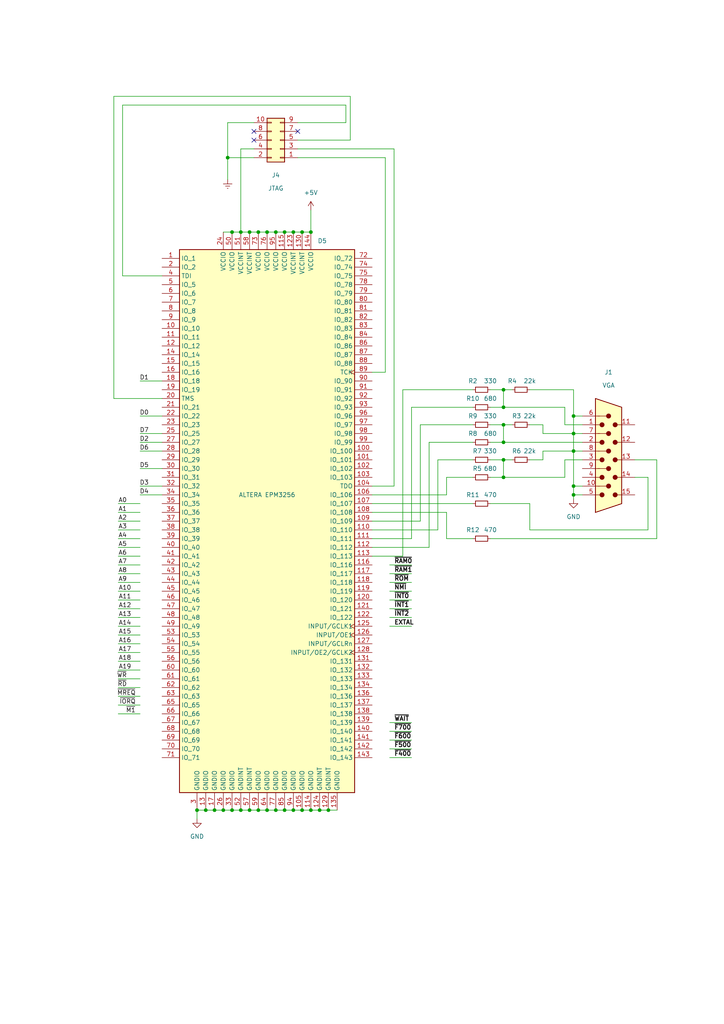
<source format=kicad_sch>
(kicad_sch (version 20230121) (generator eeschema)
  (paper "A4" portrait)
  (title_block (title "CPLD") (date "2023-11-28") (comment 2 "Eugene Po"))
  (lib_symbols
    (symbol "CPLD_Altera:EPM3256ATI144"
      (property "Reference" "D" (at 17.78 80.01 0))
      (symbol "EPM3256ATI144_1_1"
        (rectangle (start -25.4 71.12) (end 25.4 -86.36) (stroke (width 0.254)) (fill (type background)))
        (pin bidirectional line (at -30.48 68.58 0) (length 5.08) (name "IO_1") (number "1"))
        (pin bidirectional line (at -30.48 48.26 0) (length 5.08) (name "IO_10") (number "10"))
        (pin bidirectional line (at 30.48 12.7 180) (length 5.08) (name "IO_100") (number "100"))
        (pin bidirectional line (at 30.48 10.16 180) (length 5.08) (name "IO_101") (number "101"))
        (pin bidirectional line (at 30.48 7.62 180) (length 5.08) (name "IO_102") (number "102"))
        (pin bidirectional line (at 30.48 5.08 180) (length 5.08) (name "IO_103") (number "103"))
        (pin output line (at 30.48 2.54 180) (length 5.08) (name "TDO") (number "104"))
        (pin power_in line (at 10.16 -91.44 90) (length 5.08) (name "GNDIO") (number "105"))
        (pin bidirectional line (at 30.48 0 180) (length 5.08) (name "IO_106") (number "106"))
        (pin bidirectional line (at 30.48 -2.54 180) (length 5.08) (name "IO_107") (number "107"))
        (pin bidirectional line (at 30.48 -5.08 180) (length 5.08) (name "IO_108") (number "108"))
        (pin bidirectional line (at 30.48 -7.62 180) (length 5.08) (name "IO_109") (number "109"))
        (pin bidirectional line (at -30.48 45.72 0) (length 5.08) (name "IO_11") (number "11"))
        (pin bidirectional line (at 30.48 -10.16 180) (length 5.08) (name "IO_110") (number "110"))
        (pin bidirectional line (at 30.48 -12.7 180) (length 5.08) (name "IO_111") (number "111"))
        (pin bidirectional line (at 30.48 -15.24 180) (length 5.08) (name "IO_112") (number "112"))
        (pin bidirectional line (at 30.48 -17.78 180) (length 5.08) (name "IO_113") (number "113"))
        (pin power_in line (at 12.7 -91.44 90) (length 5.08) (name "GNDIO") (number "114"))
        (pin power_in line (at 5.08 76.2 270) (length 5.08) (name "VCCIO") (number "115"))
        (pin bidirectional line (at 30.48 -20.32 180) (length 5.08) (name "IO_116") (number "116"))
        (pin bidirectional line (at 30.48 -22.86 180) (length 5.08) (name "IO_117") (number "117"))
        (pin bidirectional line (at 30.48 -25.4 180) (length 5.08) (name "IO_118") (number "118"))
        (pin bidirectional line (at 30.48 -27.94 180) (length 5.08) (name "IO_119") (number "119"))
        (pin bidirectional line (at -30.48 43.18 0) (length 5.08) (name "IO_12") (number "12"))
        (pin bidirectional line (at 30.48 -30.48 180) (length 5.08) (name "IO_120") (number "120"))
        (pin bidirectional line (at 30.48 -33.02 180) (length 5.08) (name "IO_121") (number "121"))
        (pin bidirectional line (at 30.48 -35.56 180) (length 5.08) (name "IO_122") (number "122"))
        (pin power_in line (at 7.62 76.2 270) (length 5.08) (name "VCCINT") (number "123"))
        (pin power_in line (at 15.24 -91.44 90) (length 5.08) (name "GNDINT") (number "124"))
        (pin input clock (at 30.48 -38.1 180) (length 5.08) (name "INPUT/GCLK1") (number "125"))
        (pin input clock (at 30.48 -40.64 180) (length 5.08) (name "INPUT/OE1") (number "126"))
        (pin input line (at 30.48 -43.18 180) (length 5.08) (name "INPUT/GCLRn") (number "127"))
        (pin input clock (at 30.48 -45.72 180) (length 5.08) (name "INPUT/OE2/GCLK2") (number "128"))
        (pin power_in line (at 17.78 -91.44 90) (length 5.08) (name "GNDINT") (number "129"))
        (pin power_in line (at -17.78 -91.44 90) (length 5.08) (name "GNDIO") (number "13"))
        (pin power_in line (at 10.16 76.2 270) (length 5.08) (name "VCCINT") (number "130"))
        (pin bidirectional line (at 30.48 -48.26 180) (length 5.08) (name "IO_131") (number "131"))
        (pin bidirectional line (at 30.48 -50.8 180) (length 5.08) (name "IO_132") (number "132"))
        (pin bidirectional line (at 30.48 -53.34 180) (length 5.08) (name "IO_133") (number "133"))
        (pin bidirectional line (at 30.48 -55.88 180) (length 5.08) (name "IO_134") (number "134"))
        (pin power_in line (at 20.32 -91.44 90) (length 5.08) (name "GNDIO") (number "135"))
        (pin bidirectional line (at 30.48 -58.42 180) (length 5.08) (name "IO_136") (number "136"))
        (pin bidirectional line (at 30.48 -60.96 180) (length 5.08) (name "IO_137") (number "137"))
        (pin bidirectional line (at 30.48 -63.5 180) (length 5.08) (name "IO_138") (number "138"))
        (pin bidirectional line (at 30.48 -66.04 180) (length 5.08) (name "IO_139") (number "139"))
        (pin bidirectional line (at -30.48 40.64 0) (length 5.08) (name "IO_14") (number "14"))
        (pin bidirectional line (at 30.48 -68.58 180) (length 5.08) (name "IO_140") (number "140"))
        (pin bidirectional line (at 30.48 -71.12 180) (length 5.08) (name "IO_141") (number "141"))
        (pin bidirectional line (at 30.48 -73.66 180) (length 5.08) (name "IO_142") (number "142"))
        (pin bidirectional line (at 30.48 -76.2 180) (length 5.08) (name "IO_143") (number "143"))
        (pin power_in line (at 12.7 76.2 270) (length 5.08) (name "VCCIO") (number "144"))
        (pin bidirectional line (at -30.48 38.1 0) (length 5.08) (name "IO_15") (number "15"))
        (pin bidirectional line (at -30.48 35.56 0) (length 5.08) (name "IO_16") (number "16"))
        (pin power_in line (at -15.24 -91.44 90) (length 5.08) (name "GNDIO") (number "17"))
        (pin bidirectional line (at -30.48 33.02 0) (length 5.08) (name "IO_18") (number "18"))
        (pin bidirectional line (at -30.48 30.48 0) (length 5.08) (name "IO_19") (number "19"))
        (pin bidirectional line (at -30.48 66.04 0) (length 5.08) (name "IO_2") (number "2"))
        (pin input line (at -30.48 27.94 0) (length 5.08) (name "TMS") (number "20"))
        (pin bidirectional line (at -30.48 25.4 0) (length 5.08) (name "IO_21") (number "21"))
        (pin bidirectional line (at -30.48 22.86 0) (length 5.08) (name "IO_22") (number "22"))
        (pin bidirectional line (at -30.48 20.32 0) (length 5.08) (name "IO_23") (number "23"))
        (pin power_in line (at -12.7 76.2 270) (length 5.08) (name "VCCIO") (number "24"))
        (pin bidirectional line (at -30.48 17.78 0) (length 5.08) (name "IO_25") (number "25"))
        (pin power_in line (at -12.7 -91.44 90) (length 5.08) (name "GNDIO") (number "26"))
        (pin bidirectional line (at -30.48 15.24 0) (length 5.08) (name "IO_27") (number "27"))
        (pin bidirectional line (at -30.48 12.7 0) (length 5.08) (name "IO_28") (number "28"))
        (pin bidirectional line (at -30.48 10.16 0) (length 5.08) (name "IO_29") (number "29"))
        (pin power_in line (at -20.32 -91.44 90) (length 5.08) (name "GNDIO") (number "3"))
        (pin bidirectional line (at -30.48 7.62 0) (length 5.08) (name "IO_30") (number "30"))
        (pin bidirectional line (at -30.48 5.08 0) (length 5.08) (name "IO_31") (number "31"))
        (pin bidirectional line (at -30.48 2.54 0) (length 5.08) (name "IO_32") (number "32"))
        (pin power_in line (at -10.16 -91.44 90) (length 5.08) (name "GNDIO") (number "33"))
        (pin bidirectional line (at -30.48 0 0) (length 5.08) (name "IO_34") (number "34"))
        (pin bidirectional line (at -30.48 -2.54 0) (length 5.08) (name "IO_35") (number "35"))
        (pin bidirectional line (at -30.48 -5.08 0) (length 5.08) (name "IO_36") (number "36"))
        (pin bidirectional line (at -30.48 -7.62 0) (length 5.08) (name "IO_37") (number "37"))
        (pin bidirectional line (at -30.48 -10.16 0) (length 5.08) (name "IO_38") (number "38"))
        (pin bidirectional line (at -30.48 -12.7 0) (length 5.08) (name "IO_39") (number "39"))
        (pin input line (at -30.48 63.5 0) (length 5.08) (name "TDI") (number "4"))
        (pin bidirectional line (at -30.48 -15.24 0) (length 5.08) (name "IO_40") (number "40"))
        (pin bidirectional line (at -30.48 -17.78 0) (length 5.08) (name "IO_41") (number "41"))
        (pin bidirectional line (at -30.48 -20.32 0) (length 5.08) (name "IO_42") (number "42"))
        (pin bidirectional line (at -30.48 -22.86 0) (length 5.08) (name "IO_43") (number "43"))
        (pin bidirectional line (at -30.48 -25.4 0) (length 5.08) (name "IO_44") (number "44"))
        (pin bidirectional line (at -30.48 -27.94 0) (length 5.08) (name "IO_45") (number "45"))
        (pin bidirectional line (at -30.48 -30.48 0) (length 5.08) (name "IO_46") (number "46"))
        (pin bidirectional line (at -30.48 -33.02 0) (length 5.08) (name "IO_47") (number "47"))
        (pin bidirectional line (at -30.48 -35.56 0) (length 5.08) (name "IO_48") (number "48"))
        (pin bidirectional line (at -30.48 -38.1 0) (length 5.08) (name "IO_49") (number "49"))
        (pin bidirectional line (at -30.48 60.96 0) (length 5.08) (name "IO_5") (number "5"))
        (pin power_in line (at -10.16 76.2 270) (length 5.08) (name "VCCIO") (number "50"))
        (pin power_in line (at -7.62 76.2 270) (length 5.08) (name "VCCINT") (number "51"))
        (pin power_in line (at -7.62 -91.44 90) (length 5.08) (name "GNDINT") (number "52"))
        (pin bidirectional line (at -30.48 -40.64 0) (length 5.08) (name "IO_53") (number "53"))
        (pin bidirectional line (at -30.48 -43.18 0) (length 5.08) (name "IO_54") (number "54"))
        (pin bidirectional line (at -30.48 -45.72 0) (length 5.08) (name "IO_55") (number "55"))
        (pin bidirectional line (at -30.48 -48.26 0) (length 5.08) (name "IO_56") (number "56"))
        (pin power_in line (at -5.08 -91.44 90) (length 5.08) (name "GNDINT") (number "57"))
        (pin power_in line (at -5.08 76.2 270) (length 5.08) (name "VCCINT") (number "58"))
        (pin power_in line (at -2.54 -91.44 90) (length 5.08) (name "GNDIO") (number "59"))
        (pin bidirectional line (at -30.48 58.42 0) (length 5.08) (name "IO_6") (number "6"))
        (pin bidirectional line (at -30.48 -50.8 0) (length 5.08) (name "IO_60") (number "60"))
        (pin bidirectional line (at -30.48 -53.34 0) (length 5.08) (name "IO_61") (number "61"))
        (pin bidirectional line (at -30.48 -55.88 0) (length 5.08) (name "IO_62") (number "62"))
        (pin bidirectional line (at -30.48 -58.42 0) (length 5.08) (name "IO_63") (number "63"))
        (pin power_in line (at 0 -91.44 90) (length 5.08) (name "GNDIO") (number "64"))
        (pin bidirectional line (at -30.48 -60.96 0) (length 5.08) (name "IO_65") (number "65"))
        (pin bidirectional line (at -30.48 -63.5 0) (length 5.08) (name "IO_66") (number "66"))
        (pin bidirectional line (at -30.48 -66.04 0) (length 5.08) (name "IO_67") (number "67"))
        (pin bidirectional line (at -30.48 -68.58 0) (length 5.08) (name "IO_68") (number "68"))
        (pin bidirectional line (at -30.48 -71.12 0) (length 5.08) (name "IO_69") (number "69"))
        (pin bidirectional line (at -30.48 55.88 0) (length 5.08) (name "IO_7") (number "7"))
        (pin bidirectional line (at -30.48 -73.66 0) (length 5.08) (name "IO_70") (number "70"))
        (pin bidirectional line (at -30.48 -76.2 0) (length 5.08) (name "IO_71") (number "71"))
        (pin bidirectional line (at 30.48 68.58 180) (length 5.08) (name "IO_72") (number "72"))
        (pin power_in line (at -2.54 76.2 270) (length 5.08) (name "VCCIO") (number "73"))
        (pin bidirectional line (at 30.48 66.04 180) (length 5.08) (name "IO_74") (number "74"))
        (pin bidirectional line (at 30.48 63.5 180) (length 5.08) (name "IO_75") (number "75"))
        (pin power_in line (at 0 76.2 270) (length 5.08) (name "VCCIO") (number "76"))
        (pin power_in line (at 2.54 -91.44 90) (length 5.08) (name "GNDIO") (number "77"))
        (pin bidirectional line (at 30.48 60.96 180) (length 5.08) (name "IO_78") (number "78"))
        (pin bidirectional line (at 30.48 58.42 180) (length 5.08) (name "IO_79") (number "79"))
        (pin bidirectional line (at -30.48 53.34 0) (length 5.08) (name "IO_8") (number "8"))
        (pin bidirectional line (at 30.48 55.88 180) (length 5.08) (name "IO_80") (number "80"))
        (pin bidirectional line (at 30.48 53.34 180) (length 5.08) (name "IO_81") (number "81"))
        (pin bidirectional line (at 30.48 50.8 180) (length 5.08) (name "IO_82") (number "82"))
        (pin bidirectional line (at 30.48 48.26 180) (length 5.08) (name "IO_83") (number "83"))
        (pin bidirectional line (at 30.48 45.72 180) (length 5.08) (name "IO_84") (number "84"))
        (pin power_in line (at 5.08 -91.44 90) (length 5.08) (name "GNDIO") (number "85"))
        (pin bidirectional line (at 30.48 43.18 180) (length 5.08) (name "IO_86") (number "86"))
        (pin bidirectional line (at 30.48 40.64 180) (length 5.08) (name "IO_87") (number "87"))
        (pin bidirectional line (at 30.48 38.1 180) (length 5.08) (name "IO_88") (number "88"))
        (pin input clock (at 30.48 35.56 180) (length 5.08) (name "TCK") (number "89"))
        (pin bidirectional line (at -30.48 50.8 0) (length 5.08) (name "IO_9") (number "9"))
        (pin bidirectional line (at 30.48 33.02 180) (length 5.08) (name "IO_90") (number "90"))
        (pin bidirectional line (at 30.48 30.48 180) (length 5.08) (name "IO_91") (number "91"))
        (pin bidirectional line (at 30.48 27.94 180) (length 5.08) (name "IO_92") (number "92"))
        (pin bidirectional line (at 30.48 25.4 180) (length 5.08) (name "IO_93") (number "93"))
        (pin power_in line (at 7.62 -91.44 90) (length 5.08) (name "GNDIO") (number "94"))
        (pin power_in line (at 2.54 76.2 270) (length 5.08) (name "VCCIO") (number "95"))
        (pin bidirectional line (at 30.48 22.86 180) (length 5.08) (name "IO_96") (number "96"))
        (pin bidirectional line (at 30.48 20.32 180) (length 5.08) (name "IO_97") (number "97"))
        (pin bidirectional line (at 30.48 17.78 180) (length 5.08) (name "IO_98") (number "98"))
        (pin bidirectional line (at 30.48 15.24 180) (length 5.08) (name "IO_99") (number "99"))
      )
    )
    (symbol "Connector:DE15_Plug_HighDensity" (pin_names (offset 1.016) hide)
      (property "Reference" "J" (at 0 21.59 0))
      (property "Value" "DE15_Plug_HighDensity" (at 0 19.05 0))
      (symbol "DE15_Plug_HighDensity_0_1"
        (circle (center -1.905 -7.62) (radius 0.635) (fill (type outline)))
        (circle (center -1.905 -2.54) (radius 0.635) (fill (type outline)))
        (circle (center -1.905 2.54) (radius 0.635) (fill (type outline)))
        (circle (center -1.905 7.62) (radius 0.635) (fill (type outline)))
        (circle (center -1.905 12.7) (radius 0.635) (fill (type outline)))
        (circle (center 0 -10.16) (radius 0.635) (fill (type outline)))
        (circle (center 0 -5.08) (radius 0.635) (fill (type outline)))
        (polyline (pts (xy -3.175 -5.08) (xy -0.635 -5.08)))
        (polyline (pts (xy -0.635 -10.16) (xy -3.175 -10.16)))
        (polyline (pts (xy -0.635 0) (xy -3.175 0)))
        (polyline (pts (xy -0.635 5.08) (xy -3.175 5.08)))
        (polyline (pts (xy -0.635 10.16) (xy -3.175 10.16)))
        (polyline (pts (xy -3.81 17.78) (xy -3.81 -15.24) (xy 3.81 -12.7) (xy 3.81 15.24) (xy -3.81 17.78)) (stroke (width 0.254)) (fill (type background)))
        (circle (center 0 0) (radius 0.635) (fill (type outline)))
        (circle (center 0 5.08) (radius 0.635) (fill (type outline)))
        (circle (center 0 10.16) (radius 0.635) (fill (type outline)))
        (circle (center 1.905 -7.62) (radius 0.635) (fill (type outline)))
        (circle (center 1.905 -2.54) (radius 0.635) (fill (type outline)))
        (circle (center 1.905 2.54) (radius 0.635) (fill (type outline)))
        (circle (center 1.905 7.62) (radius 0.635) (fill (type outline)))
        (circle (center 1.905 12.7) (radius 0.635) (fill (type outline)))
      )
      (symbol "DE15_Plug_HighDensity_1_1"
        (pin passive line (at -7.62 -7.62 0) (length 5.08) (name "~") (number "1"))
        (pin passive line (at -7.62 10.16 0) (length 5.08) (name "~") (number "10"))
        (pin passive line (at 7.62 -7.62 180) (length 5.08) (name "~") (number "11"))
        (pin passive line (at 7.62 -2.54 180) (length 5.08) (name "~") (number "12"))
        (pin passive line (at 7.62 2.54 180) (length 5.08) (name "~") (number "13"))
        (pin passive line (at 7.62 7.62 180) (length 5.08) (name "~") (number "14"))
        (pin passive line (at 7.62 12.7 180) (length 5.08) (name "~") (number "15"))
        (pin passive line (at -7.62 -2.54 0) (length 5.08) (name "~") (number "2"))
        (pin passive line (at -7.62 2.54 0) (length 5.08) (name "~") (number "3"))
        (pin passive line (at -7.62 7.62 0) (length 5.08) (name "~") (number "4"))
        (pin passive line (at -7.62 12.7 0) (length 5.08) (name "~") (number "5"))
        (pin passive line (at -7.62 -10.16 0) (length 5.08) (name "~") (number "6"))
        (pin passive line (at -7.62 -5.08 0) (length 5.08) (name "~") (number "7"))
        (pin passive line (at -7.62 0 0) (length 5.08) (name "~") (number "8"))
        (pin passive line (at -7.62 5.08 0) (length 5.08) (name "~") (number "9"))
      )
    )
    (symbol "Connector_Generic:Conn_02x05_Odd_Even" (pin_names (offset 1.016) hide)
      (property "Reference" "J" (at 1.27 7.62 0))
      (property "Value" "Conn_02x05_Odd_Even" (at 1.27 -7.62 0))
      (symbol "Conn_02x05_Odd_Even_1_1"
        (rectangle (start -1.27 -4.953) (end 0 -5.207) (stroke (width 0.1524)))
        (rectangle (start -1.27 -2.413) (end 0 -2.667) (stroke (width 0.1524)))
        (rectangle (start -1.27 0.127) (end 0 -0.127) (stroke (width 0.1524)))
        (rectangle (start -1.27 2.667) (end 0 2.413) (stroke (width 0.1524)))
        (rectangle (start -1.27 5.207) (end 0 4.953) (stroke (width 0.1524)))
        (rectangle (start -1.27 6.35) (end 3.81 -6.35) (stroke (width 0.254)) (fill (type background)))
        (rectangle (start 3.81 -4.953) (end 2.54 -5.207) (stroke (width 0.1524)))
        (rectangle (start 3.81 -2.413) (end 2.54 -2.667) (stroke (width 0.1524)))
        (rectangle (start 3.81 0.127) (end 2.54 -0.127) (stroke (width 0.1524)))
        (rectangle (start 3.81 2.667) (end 2.54 2.413) (stroke (width 0.1524)))
        (rectangle (start 3.81 5.207) (end 2.54 4.953) (stroke (width 0.1524)))
        (pin passive line (at -5.08 5.08 0) (length 3.81) (name "Pin_1") (number "1"))
        (pin passive line (at 7.62 -5.08 180) (length 3.81) (name "Pin_10") (number "10"))
        (pin passive line (at 7.62 5.08 180) (length 3.81) (name "Pin_2") (number "2"))
        (pin passive line (at -5.08 2.54 0) (length 3.81) (name "Pin_3") (number "3"))
        (pin passive line (at 7.62 2.54 180) (length 3.81) (name "Pin_4") (number "4"))
        (pin passive line (at -5.08 0 0) (length 3.81) (name "Pin_5") (number "5"))
        (pin passive line (at 7.62 0 180) (length 3.81) (name "Pin_6") (number "6"))
        (pin passive line (at -5.08 -2.54 0) (length 3.81) (name "Pin_7") (number "7"))
        (pin passive line (at 7.62 -2.54 180) (length 3.81) (name "Pin_8") (number "8"))
        (pin passive line (at -5.08 -5.08 0) (length 3.81) (name "Pin_9") (number "9"))
      )
    )
    (symbol "Device:R_Small" (pin_numbers hide) (pin_names (offset 0.254) hide)
      (property "Reference" "R" (at 0.762 0.508 0))
      (property "Value" "R_Small" (at 0.762 -1.016 0))
      (symbol "R_Small_0_1"
        (rectangle (start -0.762 1.778) (end 0.762 -1.778) (stroke (width 0.2032)))
      )
      (symbol "R_Small_1_1"
        (pin passive line (at 0 2.54 270) (length 0.762) (name "~") (number "1"))
        (pin passive line (at 0 -2.54 90) (length 0.762) (name "~") (number "2"))
      )
    )
    (symbol "power:+5V" (power) (pin_names (offset 0))
      (property "Value" "+5V" (at 0 3.556 0))
      (symbol "+5V_0_1"
        (polyline (pts (xy -0.762 1.27) (xy 0 2.54)))
        (polyline (pts (xy 0 0) (xy 0 2.54)))
        (polyline (pts (xy 0 2.54) (xy 0.762 1.27)))
      )
      (symbol "+5V_1_1"
        (pin power_in line (at 0 0 90) (length 0) hide (name "+5V") (number "1"))
      )
    )
    (symbol "power:Earth" (power) (pin_names (offset 0))
      (symbol "Earth_0_1"
        (polyline (pts (xy -0.635 -1.905) (xy 0.635 -1.905)))
        (polyline (pts (xy -0.127 -2.54) (xy 0.127 -2.54)))
        (polyline (pts (xy 0 -1.27) (xy 0 0)))
        (polyline (pts (xy 1.27 -1.27) (xy -1.27 -1.27)))
      )
      (symbol "Earth_1_1"
        (pin power_in line (at 0 0 270) (length 0) hide (name "Earth") (number "1"))
      )
    )
    (symbol "power:GND" (power) (pin_names (offset 0))
      (property "Value" "GND" (at 0 -3.81 0))
      (symbol "GND_0_1"
        (polyline (pts (xy 0 0) (xy 0 -1.27) (xy 1.27 -1.27) (xy 0 -2.54) (xy -1.27 -1.27) (xy 0 -1.27)))
      )
      (symbol "GND_1_1"
        (pin power_in line (at 0 0 270) (length 0) hide (name "GND") (number "1"))
      )
    )
  )
  (junction (at 166.37 125.73))
  (junction (at 166.37 140.97))
  (junction (at 166.37 130.81))
  (junction (at 85.09 67.31))
  (junction (at 95.25 234.95))
  (junction (at 82.55 67.31))
  (junction (at 72.39 234.95))
  (junction (at 64.77 234.95))
  (junction (at 69.85 234.95))
  (junction (at 146.05 128.27))
  (junction (at 74.93 67.31))
  (junction (at 80.01 67.31))
  (junction (at 87.63 67.31))
  (junction (at 67.31 234.95))
  (junction (at 90.17 67.31))
  (junction (at 57.15 234.95))
  (junction (at 92.71 234.95))
  (junction (at 59.69 234.95))
  (junction (at 67.31 67.31))
  (junction (at 166.37 143.51))
  (junction (at 87.63 234.95))
  (junction (at 74.93 234.95))
  (junction (at 77.47 67.31))
  (junction (at 62.23 234.95))
  (junction (at 90.17 234.95))
  (junction (at 166.37 120.65))
  (junction (at 82.55 234.95))
  (junction (at 146.05 118.11))
  (junction (at 146.05 138.43))
  (junction (at 85.09 234.95))
  (junction (at 69.85 67.31))
  (junction (at 146.05 113.03))
  (junction (at 72.39 67.31))
  (junction (at 66.04 45.72))
  (junction (at 146.05 133.35))
  (junction (at 146.05 123.19))
  (junction (at 80.01 234.95))
  (junction (at 77.47 234.95))
  (no_connect (at 73.66 38.1))
  (no_connect (at 73.66 40.64))
  (no_connect (at 86.36 38.1))
  (wire (pts (xy 187.96 153.67) (xy 187.96 138.43)))
  (wire (pts (xy 107.95 143.51) (xy 129.54 143.51)))
  (wire (pts (xy 86.36 45.72) (xy 111.76 45.72)))
  (wire (pts (xy 166.37 143.51) (xy 166.37 140.97)))
  (wire (pts (xy 166.37 113.03) (xy 166.37 120.65)))
  (wire (pts (xy 142.24 118.11) (xy 146.05 118.11)))
  (wire (pts (xy 129.54 156.21) (xy 129.54 148.59)))
  (wire (pts (xy 100.33 35.56) (xy 100.33 30.48)))
  (wire (pts (xy 113.03 219.71) (xy 119.38 219.71)))
  (wire (pts (xy 34.29 181.61) (xy 40.64 181.61)))
  (wire (pts (xy 90.17 234.95) (xy 92.71 234.95)))
  (wire (pts (xy 87.63 234.95) (xy 90.17 234.95)))
  (wire (pts (xy 113.03 217.17) (xy 119.38 217.17)))
  (wire (pts (xy 121.92 123.19) (xy 137.16 123.19)))
  (wire (pts (xy 46.99 128.27) (xy 40.64 128.27)))
  (wire (pts (xy 40.64 161.29) (xy 34.29 161.29)))
  (wire (pts (xy 82.55 234.95) (xy 85.09 234.95)))
  (wire (pts (xy 163.83 138.43) (xy 146.05 138.43)))
  (wire (pts (xy 166.37 144.78) (xy 166.37 143.51)))
  (wire (pts (xy 107.95 158.75) (xy 124.46 158.75)))
  (wire (pts (xy 66.04 52.07) (xy 66.04 45.72)))
  (wire (pts (xy 46.99 130.81) (xy 40.64 130.81)))
  (wire (pts (xy 113.03 176.53) (xy 119.38 176.53)))
  (wire (pts (xy 67.31 234.95) (xy 69.85 234.95)))
  (wire (pts (xy 57.15 234.95) (xy 59.69 234.95)))
  (wire (pts (xy 124.46 158.75) (xy 124.46 128.27)))
  (wire (pts (xy 100.33 30.48) (xy 35.56 30.48)))
  (wire (pts (xy 166.37 120.65) (xy 168.91 120.65)))
  (wire (pts (xy 113.03 181.61) (xy 119.38 181.61)))
  (wire (pts (xy 69.85 67.31) (xy 72.39 67.31)))
  (wire (pts (xy 113.03 163.83) (xy 119.38 163.83)))
  (wire (pts (xy 40.64 168.91) (xy 34.29 168.91)))
  (wire (pts (xy 146.05 128.27) (xy 168.91 128.27)))
  (wire (pts (xy 35.56 30.48) (xy 35.56 80.01)))
  (wire (pts (xy 57.15 237.49) (xy 57.15 234.95)))
  (wire (pts (xy 40.64 151.13) (xy 34.29 151.13)))
  (wire (pts (xy 92.71 234.95) (xy 95.25 234.95)))
  (wire (pts (xy 157.48 130.81) (xy 166.37 130.81)))
  (wire (pts (xy 153.67 153.67) (xy 187.96 153.67)))
  (wire (pts (xy 66.04 45.72) (xy 66.04 35.56)))
  (wire (pts (xy 77.47 67.31) (xy 80.01 67.31)))
  (wire (pts (xy 64.77 67.31) (xy 67.31 67.31)))
  (wire (pts (xy 168.91 143.51) (xy 166.37 143.51)))
  (wire (pts (xy 107.95 107.95) (xy 111.76 107.95)))
  (wire (pts (xy 187.96 138.43) (xy 184.15 138.43)))
  (wire (pts (xy 85.09 67.31) (xy 87.63 67.31)))
  (wire (pts (xy 114.3 140.97) (xy 114.3 43.18)))
  (wire (pts (xy 40.64 163.83) (xy 34.29 163.83)))
  (wire (pts (xy 46.99 135.89) (xy 40.64 135.89)))
  (wire (pts (xy 77.47 234.95) (xy 80.01 234.95)))
  (wire (pts (xy 34.29 191.77) (xy 40.64 191.77)))
  (wire (pts (xy 34.29 207.01) (xy 40.64 207.01)))
  (wire (pts (xy 34.29 184.15) (xy 40.64 184.15)))
  (wire (pts (xy 163.83 118.11) (xy 163.83 123.19)))
  (wire (pts (xy 119.38 156.21) (xy 119.38 118.11)))
  (wire (pts (xy 86.36 35.56) (xy 100.33 35.56)))
  (wire (pts (xy 46.99 143.51) (xy 40.64 143.51)))
  (wire (pts (xy 113.03 212.09) (xy 119.38 212.09)))
  (wire (pts (xy 129.54 148.59) (xy 107.95 148.59)))
  (wire (pts (xy 64.77 234.95) (xy 67.31 234.95)))
  (wire (pts (xy 111.76 107.95) (xy 111.76 45.72)))
  (wire (pts (xy 101.6 40.64) (xy 86.36 40.64)))
  (wire (pts (xy 116.84 113.03) (xy 137.16 113.03)))
  (wire (pts (xy 163.83 133.35) (xy 163.83 138.43)))
  (wire (pts (xy 107.95 156.21) (xy 119.38 156.21)))
  (wire (pts (xy 146.05 123.19) (xy 146.05 128.27)))
  (wire (pts (xy 40.64 148.59) (xy 34.29 148.59)))
  (wire (pts (xy 34.29 204.47) (xy 40.64 204.47)))
  (wire (pts (xy 127 153.67) (xy 127 133.35)))
  (wire (pts (xy 137.16 156.21) (xy 129.54 156.21)))
  (wire (pts (xy 40.64 158.75) (xy 34.29 158.75)))
  (wire (pts (xy 157.48 133.35) (xy 153.67 133.35)))
  (wire (pts (xy 168.91 133.35) (xy 163.83 133.35)))
  (wire (pts (xy 166.37 125.73) (xy 166.37 120.65)))
  (wire (pts (xy 107.95 146.05) (xy 137.16 146.05)))
  (wire (pts (xy 190.5 133.35) (xy 190.5 156.21)))
  (wire (pts (xy 34.29 176.53) (xy 40.64 176.53)))
  (wire (pts (xy 166.37 130.81) (xy 166.37 125.73)))
  (wire (pts (xy 142.24 156.21) (xy 190.5 156.21)))
  (wire (pts (xy 127 133.35) (xy 137.16 133.35)))
  (wire (pts (xy 69.85 234.95) (xy 72.39 234.95)))
  (wire (pts (xy 62.23 234.95) (xy 64.77 234.95)))
  (wire (pts (xy 33.02 115.57) (xy 33.02 27.94)))
  (wire (pts (xy 95.25 234.95) (xy 97.79 234.95)))
  (wire (pts (xy 59.69 234.95) (xy 62.23 234.95)))
  (wire (pts (xy 34.29 201.93) (xy 40.64 201.93)))
  (wire (pts (xy 124.46 128.27) (xy 137.16 128.27)))
  (wire (pts (xy 129.54 138.43) (xy 137.16 138.43)))
  (wire (pts (xy 85.09 234.95) (xy 87.63 234.95)))
  (wire (pts (xy 113.03 173.99) (xy 119.38 173.99)))
  (wire (pts (xy 157.48 133.35) (xy 157.48 130.81)))
  (wire (pts (xy 72.39 234.95) (xy 74.93 234.95)))
  (wire (pts (xy 74.93 234.95) (xy 77.47 234.95)))
  (wire (pts (xy 87.63 67.31) (xy 90.17 67.31)))
  (wire (pts (xy 107.95 151.13) (xy 121.92 151.13)))
  (wire (pts (xy 114.3 43.18) (xy 86.36 43.18)))
  (wire (pts (xy 33.02 27.94) (xy 101.6 27.94)))
  (wire (pts (xy 40.64 146.05) (xy 34.29 146.05)))
  (wire (pts (xy 129.54 143.51) (xy 129.54 138.43)))
  (wire (pts (xy 113.03 214.63) (xy 119.38 214.63)))
  (wire (pts (xy 46.99 110.49) (xy 40.64 110.49)))
  (wire (pts (xy 40.64 156.21) (xy 34.29 156.21)))
  (wire (pts (xy 157.48 123.19) (xy 153.67 123.19)))
  (wire (pts (xy 142.24 133.35) (xy 146.05 133.35)))
  (wire (pts (xy 157.48 125.73) (xy 166.37 125.73)))
  (wire (pts (xy 35.56 80.01) (xy 46.99 80.01)))
  (wire (pts (xy 166.37 140.97) (xy 168.91 140.97)))
  (wire (pts (xy 69.85 43.18) (xy 69.85 67.31)))
  (wire (pts (xy 73.66 35.56) (xy 66.04 35.56)))
  (wire (pts (xy 113.03 179.07) (xy 119.38 179.07)))
  (wire (pts (xy 34.29 171.45) (xy 40.64 171.45)))
  (wire (pts (xy 166.37 140.97) (xy 166.37 130.81)))
  (wire (pts (xy 142.24 123.19) (xy 146.05 123.19)))
  (wire (pts (xy 163.83 123.19) (xy 168.91 123.19)))
  (wire (pts (xy 40.64 199.39) (xy 34.29 199.39)))
  (wire (pts (xy 153.67 113.03) (xy 166.37 113.03)))
  (wire (pts (xy 34.29 194.31) (xy 40.64 194.31)))
  (wire (pts (xy 73.66 43.18) (xy 69.85 43.18)))
  (wire (pts (xy 113.03 168.91) (xy 119.38 168.91)))
  (wire (pts (xy 46.99 140.97) (xy 40.64 140.97)))
  (wire (pts (xy 74.93 67.31) (xy 77.47 67.31)))
  (wire (pts (xy 153.67 146.05) (xy 153.67 153.67)))
  (wire (pts (xy 146.05 123.19) (xy 148.59 123.19)))
  (wire (pts (xy 73.66 45.72) (xy 66.04 45.72)))
  (wire (pts (xy 146.05 113.03) (xy 148.59 113.03)))
  (wire (pts (xy 33.02 115.57) (xy 46.99 115.57)))
  (wire (pts (xy 34.29 189.23) (xy 40.64 189.23)))
  (wire (pts (xy 67.31 67.31) (xy 69.85 67.31)))
  (wire (pts (xy 113.03 209.55) (xy 119.38 209.55)))
  (wire (pts (xy 121.92 151.13) (xy 121.92 123.19)))
  (wire (pts (xy 72.39 67.31) (xy 74.93 67.31)))
  (wire (pts (xy 142.24 146.05) (xy 153.67 146.05)))
  (wire (pts (xy 90.17 60.96) (xy 90.17 67.31)))
  (wire (pts (xy 146.05 113.03) (xy 146.05 118.11)))
  (wire (pts (xy 34.29 173.99) (xy 40.64 173.99)))
  (wire (pts (xy 40.64 166.37) (xy 34.29 166.37)))
  (wire (pts (xy 34.29 186.69) (xy 40.64 186.69)))
  (wire (pts (xy 101.6 27.94) (xy 101.6 40.64)))
  (wire (pts (xy 166.37 130.81) (xy 168.91 130.81)))
  (wire (pts (xy 146.05 118.11) (xy 163.83 118.11)))
  (wire (pts (xy 40.64 196.85) (xy 34.29 196.85)))
  (wire (pts (xy 107.95 153.67) (xy 127 153.67)))
  (wire (pts (xy 80.01 234.95) (xy 82.55 234.95)))
  (wire (pts (xy 157.48 123.19) (xy 157.48 125.73)))
  (wire (pts (xy 142.24 113.03) (xy 146.05 113.03)))
  (wire (pts (xy 146.05 138.43) (xy 142.24 138.43)))
  (wire (pts (xy 116.84 161.29) (xy 116.84 113.03)))
  (wire (pts (xy 142.24 128.27) (xy 146.05 128.27)))
  (wire (pts (xy 82.55 67.31) (xy 85.09 67.31)))
  (wire (pts (xy 46.99 120.65) (xy 40.64 120.65)))
  (wire (pts (xy 107.95 140.97) (xy 114.3 140.97)))
  (wire (pts (xy 146.05 133.35) (xy 146.05 138.43)))
  (wire (pts (xy 46.99 125.73) (xy 40.64 125.73)))
  (wire (pts (xy 107.95 161.29) (xy 116.84 161.29)))
  (wire (pts (xy 40.64 153.67) (xy 34.29 153.67)))
  (wire (pts (xy 80.01 67.31) (xy 82.55 67.31)))
  (wire (pts (xy 146.05 133.35) (xy 148.59 133.35)))
  (wire (pts (xy 184.15 133.35) (xy 190.5 133.35)))
  (wire (pts (xy 166.37 125.73) (xy 168.91 125.73)))
  (wire (pts (xy 34.29 179.07) (xy 40.64 179.07)))
  (wire (pts (xy 119.38 118.11) (xy 137.16 118.11)))
  (wire (pts (xy 113.03 166.37) (xy 119.38 166.37)))
  (wire (pts (xy 113.03 171.45) (xy 119.38 171.45)))
  (label "D3" (at 43.18 140.97 180))
  (label "A4" (at 36.83 156.21 180))
  (label "~{WR}" (at 36.83 196.85 180))
  (label "A7" (at 36.83 163.83 180))
  (label "~{INT1}" (at 114.3 176.53 0) (effects (font (thickness 0.254) bold)))
  (label "A11" (at 38.1 173.99 180))
  (label "A10" (at 38.1 171.45 180))
  (label "~{F400}" (at 114.3 219.71 0) (effects (font (thickness 0.254) bold)))
  (label "A0" (at 36.83 146.05 180))
  (label "D5" (at 43.18 135.89 180))
  (label "A2" (at 36.83 151.13 180))
  (label "A6" (at 36.83 161.29 180))
  (label "A16" (at 38.1 186.69 180))
  (label "EXTAL" (at 114.3 181.61 0) (effects (font (thickness 0.254) bold)))
  (label "A17" (at 38.1 189.23 180))
  (label "~{IORQ}" (at 39.37 204.47 180))
  (label "~{F600}" (at 114.3 214.63 0) (effects (font (thickness 0.254) bold)))
  (label "D6" (at 43.18 130.81 180))
  (label "A12" (at 38.1 176.53 180))
  (label "~{RD}" (at 36.83 199.39 180))
  (label "~{F700}" (at 114.3 212.09 0) (effects (font (thickness 0.254) bold)))
  (label "~{WAIT}" (at 114.3 209.55 0) (effects (font (thickness 0.254) bold)))
  (label "~{RAM1}" (at 114.3 166.37 0) (effects (font (thickness 0.254) bold)))
  (label "D2" (at 43.18 128.27 180))
  (label "A18" (at 38.1 191.77 180))
  (label "A3" (at 36.83 153.67 180))
  (label "A14" (at 38.1 181.61 180))
  (label "D0" (at 43.18 120.65 180))
  (label "A1" (at 36.83 148.59 180))
  (label "D7" (at 43.18 125.73 180))
  (label "A9" (at 36.83 168.91 180))
  (label "~{F500}" (at 114.3 217.17 0) (effects (font (thickness 0.254) bold)))
  (label "~{NMI}" (at 114.3 171.45 0) (effects (font (thickness 0.254) bold)))
  (label "A13" (at 38.1 179.07 180))
  (label "~{MREQ}" (at 39.37 201.93 180))
  (label "~{M1}" (at 39.37 207.01 180))
  (label "A5" (at 36.83 158.75 180))
  (label "A19" (at 38.1 194.31 180))
  (label "A8" (at 36.83 166.37 180))
  (label "~{INT0}" (at 114.3 173.99 0) (effects (font (thickness 0.254) bold)))
  (label "D4" (at 43.18 143.51 180))
  (label "~{INT2}" (at 114.3 179.07 0) (effects (font (thickness 0.254) bold)))
  (label "~{ROM}" (at 114.3 168.91 0) (effects (font (thickness 0.254) bold)))
  (label "A15" (at 38.1 184.15 180))
  (label "D1" (at 43.18 110.49 180))
  (label "~{RAM0}" (at 114.3 163.83 0) (effects (font (thickness 0.254) bold)))
  (symbol (lib_id "Device:R_Small") (at 139.7 146.05 90) (unit 1)
    (property "Reference" "R11" (at 137.16 143.51 90))
    (property "Value" "470" (at 142.24 143.51 90))
    (property "Footprint" "Resistor_THT:R_Axial_DIN0207_L6.3mm_D2.5mm_P10.16mm_Horizontal" (effects hide))
  )
  (symbol (lib_id "Device:R_Small") (at 139.7 118.11 90) (unit 1)
    (property "Reference" "R10" (at 137.16 115.57 90))
    (property "Value" "680" (at 142.24 115.57 90))
    (property "Footprint" "Resistor_THT:R_Axial_DIN0207_L6.3mm_D2.5mm_P10.16mm_Horizontal" (effects hide))
  )
  (symbol (lib_id "Device:R_Small") (at 139.7 128.27 90) (unit 1)
    (property "Reference" "R8" (at 137.16 125.73 90))
    (property "Value" "680" (at 142.24 125.73 90))
    (property "Footprint" "Resistor_THT:R_Axial_DIN0207_L6.3mm_D2.5mm_P10.16mm_Horizontal" (effects hide))
  )
  (symbol (lib_id "Device:R_Small") (at 151.13 123.19 90) (unit 1)
    (property "Reference" "R3" (at 149.86 120.65 90))
    (property "Value" "22k" (at 153.67 120.65 90))
    (property "Footprint" "Resistor_THT:R_Axial_DIN0207_L6.3mm_D2.5mm_P10.16mm_Horizontal" (effects hide))
  )
  (symbol (lib_id "Connector:DE15_Plug_HighDensity") (at 176.53 130.81 0) (mirror x) (unit 1)
    (property "Reference" "J1" (at 176.53 107.95 0))
    (property "Value" "VGA" (at 176.53 111.76 0))
    (property "Footprint" "Connector_Dsub:DSUB-15-HD_Female_Horizontal_P2.29x1.98mm_EdgePinOffset3.03mm_Housed_MountingHolesOffset4.94mm" (effects hide))
    (property "Datasheet" " ~" (effects hide))
  )
  (symbol (lib_id "Device:R_Small") (at 139.7 123.19 90) (unit 1)
    (property "Reference" "R9" (at 137.16 120.65 90))
    (property "Value" "330" (at 142.24 120.65 90))
    (property "Footprint" "Resistor_THT:R_Axial_DIN0207_L6.3mm_D2.5mm_P10.16mm_Horizontal" (effects hide))
  )
  (symbol (lib_id "Device:R_Small") (at 139.7 156.21 90) (unit 1)
    (property "Reference" "R12" (at 137.16 153.67 90))
    (property "Value" "470" (at 142.24 153.67 90))
    (property "Footprint" "Resistor_THT:R_Axial_DIN0207_L6.3mm_D2.5mm_P10.16mm_Horizontal" (effects hide))
  )
  (symbol (lib_id "power:+5V") (at 90.17 60.96 0) (unit 1)
    (property "Reference" "#PWR046" (effects hide))
    (property "Value" "+5V" (at 90.17 55.88 0))
  )
  (symbol (lib_id "Device:R_Small") (at 139.7 138.43 90) (unit 1)
    (property "Reference" "R5" (at 138.43 135.89 90))
    (property "Value" "680" (at 142.24 135.89 90))
    (property "Footprint" "Resistor_THT:R_Axial_DIN0207_L6.3mm_D2.5mm_P10.16mm_Horizontal" (effects hide))
  )
  (symbol (lib_id "Device:R_Small") (at 139.7 133.35 90) (unit 1)
    (property "Reference" "R7" (at 138.43 130.81 90))
    (property "Value" "330" (at 142.24 130.81 90))
    (property "Footprint" "Resistor_THT:R_Axial_DIN0207_L6.3mm_D2.5mm_P10.16mm_Horizontal" (effects hide))
  )
  (symbol (lib_id "power:GND") (at 166.37 144.78 0) (unit 1)
    (property "Reference" "#PWR044" (effects hide))
    (property "Value" "GND" (at 166.37 149.86 0))
  )
  (symbol (lib_id "power:Earth") (at 66.04 52.07 0) (mirror y) (unit 1)
    (property "Reference" "#PWR047" (effects hide))
    (property "Value" "Earth" (effects hide))
  )
  (symbol (lib_id "Device:R_Small") (at 151.13 133.35 90) (unit 1)
    (property "Reference" "R6" (at 149.86 130.81 90))
    (property "Value" "22k" (at 153.67 130.81 90))
    (property "Footprint" "Resistor_THT:R_Axial_DIN0207_L6.3mm_D2.5mm_P10.16mm_Horizontal" (effects hide))
  )
  (symbol (lib_id "Device:R_Small") (at 151.13 113.03 90) (unit 1)
    (property "Reference" "R4" (at 148.59 110.49 90))
    (property "Value" "22k" (at 153.67 110.49 90))
    (property "Footprint" "Resistor_THT:R_Axial_DIN0207_L6.3mm_D2.5mm_P10.16mm_Horizontal" (effects hide))
  )
  (symbol (lib_id "Device:R_Small") (at 139.7 113.03 90) (unit 1)
    (property "Reference" "R2" (at 137.16 110.49 90))
    (property "Value" "330" (at 142.24 110.49 90))
    (property "Footprint" "Resistor_THT:R_Axial_DIN0207_L6.3mm_D2.5mm_P10.16mm_Horizontal" (effects hide))
  )
  (symbol (lib_id "power:GND") (at 57.15 237.49 0) (unit 1)
    (property "Reference" "#PWR041" (effects hide))
    (property "Value" "GND" (at 57.15 242.57 0))
  )
  (symbol (lib_id "Connector_Generic:Conn_02x05_Odd_Even") (at 81.28 40.64 180) (unit 1)
    (property "Reference" "J4" (at 80.01 50.8 0))
    (property "Value" "JTAG" (at 80.01 54.61 0))
    (property "Footprint" "Connector_PinHeader_2.54mm:PinHeader_2x05_P2.54mm_Vertical" (effects hide))
    (instances (project "KiCAD" (path "" (reference "J4") (unit 1)) (path "" (reference "J6") (unit 1))))
  )
  (symbol (lib_id "CPLD_Altera:EPM3256ATI144") (at 77.47 143.51 0) (unit 1)
    (property "Reference" "D5" (at 92.1259 69.85 0) (effects (justify left)))
    (property "Value" "ALTERA EPM3256" (at 77.47 143.51 0))
    (property "Footprint" "Connector:TQFP-DIP adapter" (effects hide))
  )
)
</source>
